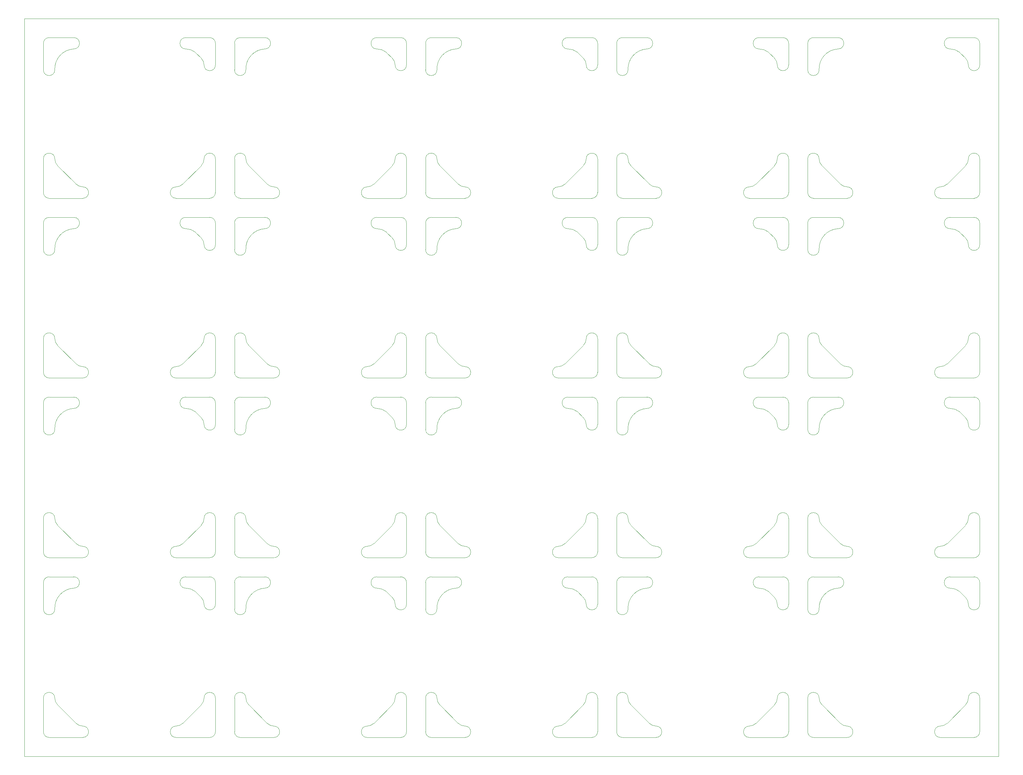
<source format=gbr>
G04 #@! TF.GenerationSoftware,KiCad,Pcbnew,5.1.5+dfsg1-2build2*
G04 #@! TF.CreationDate,2020-09-10T23:56:58-04:00*
G04 #@! TF.ProjectId,Xenium2019-Panel,58656e69-756d-4323-9031-392d50616e65,rev?*
G04 #@! TF.SameCoordinates,Original*
G04 #@! TF.FileFunction,Profile,NP*
%FSLAX46Y46*%
G04 Gerber Fmt 4.6, Leading zero omitted, Abs format (unit mm)*
G04 Created by KiCad (PCBNEW 5.1.5+dfsg1-2build2) date 2020-09-10 23:56:58*
%MOMM*%
%LPD*%
G04 APERTURE LIST*
%ADD10C,0.050000*%
G04 APERTURE END LIST*
D10*
X36827561Y-123617561D02*
X30320000Y-123617561D01*
X275789265Y-178249333D02*
G75*
G02X272789265Y-178249333I-1500000J0D01*
G01*
X225389265Y-178249333D02*
G75*
G02X222389265Y-178249333I-1500000J0D01*
G01*
X174989265Y-178249333D02*
G75*
G02X171989265Y-178249333I-1500000J0D01*
G01*
X124589265Y-178249333D02*
G75*
G02X121589265Y-178249333I-1500000J0D01*
G01*
X74189265Y-178249333D02*
G75*
G02X71189265Y-178249333I-1500000J0D01*
G01*
X275789265Y-130849333D02*
G75*
G02X272789265Y-130849333I-1500000J0D01*
G01*
X225389265Y-130849333D02*
G75*
G02X222389265Y-130849333I-1500000J0D01*
G01*
X174989265Y-130849333D02*
G75*
G02X171989265Y-130849333I-1500000J0D01*
G01*
X124589265Y-130849333D02*
G75*
G02X121589265Y-130849333I-1500000J0D01*
G01*
X275789265Y-178249333D02*
X275790000Y-172517561D01*
X225389265Y-178249333D02*
X225390000Y-172517561D01*
X174989265Y-178249333D02*
X174990000Y-172517561D01*
X124589265Y-178249333D02*
X124590000Y-172517561D01*
X74189265Y-178249333D02*
X74190000Y-172517561D01*
X275789265Y-130849333D02*
X275790000Y-125117561D01*
X225389265Y-130849333D02*
X225390000Y-125117561D01*
X174989265Y-130849333D02*
X174990000Y-125117561D01*
X124589265Y-130849333D02*
X124590000Y-125117561D01*
X230419266Y-202988258D02*
X230420000Y-211890000D01*
X180019266Y-202988258D02*
X180020000Y-211890000D01*
X129619266Y-202988258D02*
X129620000Y-211890000D01*
X79219266Y-202988258D02*
X79220000Y-211890000D01*
X28819266Y-202988258D02*
X28820000Y-211890000D01*
X230419266Y-155588258D02*
X230420000Y-164490000D01*
X180019266Y-155588258D02*
X180020000Y-164490000D01*
X129619266Y-155588258D02*
X129620000Y-164490000D01*
X79219266Y-155588258D02*
X79220000Y-164490000D01*
X265387161Y-213390361D02*
X274290000Y-213390000D01*
X214987161Y-213390361D02*
X223890000Y-213390000D01*
X164587161Y-213390361D02*
X173490000Y-213390000D01*
X114187161Y-213390361D02*
X123090000Y-213390000D01*
X63787161Y-213390361D02*
X72690000Y-213390000D01*
X265387161Y-165990361D02*
X274290000Y-165990000D01*
X214987161Y-165990361D02*
X223890000Y-165990000D01*
X164587161Y-165990361D02*
X173490000Y-165990000D01*
X114187161Y-165990361D02*
X123090000Y-165990000D01*
X267937864Y-171017561D02*
X274290000Y-171017561D01*
X217537864Y-171017561D02*
X223890000Y-171017561D01*
X167137864Y-171017561D02*
X173490000Y-171017561D01*
X116737864Y-171017561D02*
X123090000Y-171017561D01*
X66337864Y-171017561D02*
X72690000Y-171017561D01*
X267937864Y-123617561D02*
X274290000Y-123617561D01*
X217537864Y-123617561D02*
X223890000Y-123617561D01*
X167137864Y-123617561D02*
X173490000Y-123617561D01*
X116737864Y-123617561D02*
X123090000Y-123617561D01*
X272789264Y-202988258D02*
G75*
G02X275789264Y-202988258I1500000J0D01*
G01*
X222389264Y-202988258D02*
G75*
G02X225389264Y-202988258I1500000J0D01*
G01*
X171989264Y-202988258D02*
G75*
G02X174989264Y-202988258I1500000J0D01*
G01*
X121589264Y-202988258D02*
G75*
G02X124589264Y-202988258I1500000J0D01*
G01*
X71189264Y-202988258D02*
G75*
G02X74189264Y-202988258I1500000J0D01*
G01*
X272789264Y-155588258D02*
G75*
G02X275789264Y-155588258I1500000J0D01*
G01*
X222389264Y-155588258D02*
G75*
G02X225389264Y-155588258I1500000J0D01*
G01*
X171989264Y-155588258D02*
G75*
G02X174989264Y-155588258I1500000J0D01*
G01*
X121589264Y-155588258D02*
G75*
G02X124589264Y-155588258I1500000J0D01*
G01*
X265387161Y-213390361D02*
G75*
G02X265387161Y-210390361I0J1500000D01*
G01*
X214987161Y-213390361D02*
G75*
G02X214987161Y-210390361I0J1500000D01*
G01*
X164587161Y-213390361D02*
G75*
G02X164587161Y-210390361I0J1500000D01*
G01*
X114187161Y-213390361D02*
G75*
G02X114187161Y-210390361I0J1500000D01*
G01*
X63787161Y-213390361D02*
G75*
G02X63787161Y-210390361I0J1500000D01*
G01*
X265387161Y-165990361D02*
G75*
G02X265387161Y-162990361I0J1500000D01*
G01*
X214987161Y-165990361D02*
G75*
G02X214987161Y-162990361I0J1500000D01*
G01*
X164587161Y-165990361D02*
G75*
G02X164587161Y-162990361I0J1500000D01*
G01*
X114187161Y-165990361D02*
G75*
G02X114187161Y-162990361I0J1500000D01*
G01*
X233419264Y-179533665D02*
G75*
G02X230419264Y-179533665I-1500000J0D01*
G01*
X183019264Y-179533665D02*
G75*
G02X180019264Y-179533665I-1500000J0D01*
G01*
X132619264Y-179533665D02*
G75*
G02X129619264Y-179533665I-1500000J0D01*
G01*
X82219264Y-179533665D02*
G75*
G02X79219264Y-179533665I-1500000J0D01*
G01*
X31819264Y-179533665D02*
G75*
G02X28819264Y-179533665I-1500000J0D01*
G01*
X233419264Y-132133665D02*
G75*
G02X230419264Y-132133665I-1500000J0D01*
G01*
X183019264Y-132133665D02*
G75*
G02X180019264Y-132133665I-1500000J0D01*
G01*
X132619264Y-132133665D02*
G75*
G02X129619264Y-132133665I-1500000J0D01*
G01*
X82219264Y-132133665D02*
G75*
G02X79219264Y-132133665I-1500000J0D01*
G01*
X238427561Y-171017561D02*
X231920000Y-171017561D01*
X188027561Y-171017561D02*
X181520000Y-171017561D01*
X137627561Y-171017561D02*
X131120000Y-171017561D01*
X87227561Y-171017561D02*
X80720000Y-171017561D01*
X36827561Y-171017561D02*
X30320000Y-171017561D01*
X238427561Y-123617561D02*
X231920000Y-123617561D01*
X188027561Y-123617561D02*
X181520000Y-123617561D01*
X137627561Y-123617561D02*
X131120000Y-123617561D01*
X87227561Y-123617561D02*
X80720000Y-123617561D01*
X239025315Y-209646411D02*
X234163215Y-204784311D01*
X188625315Y-209646411D02*
X183763215Y-204784311D01*
X138225315Y-209646411D02*
X133363215Y-204784311D01*
X87825315Y-209646411D02*
X82963215Y-204784311D01*
X37425315Y-209646411D02*
X32563215Y-204784311D01*
X239025315Y-162246411D02*
X234163215Y-157384311D01*
X188625315Y-162246411D02*
X183763215Y-157384311D01*
X138225315Y-162246411D02*
X133363215Y-157384311D01*
X87825315Y-162246411D02*
X82963215Y-157384311D01*
X267937864Y-174017560D02*
G75*
G02X270464193Y-174882446I75038J-3902959D01*
G01*
X217537864Y-174017560D02*
G75*
G02X220064193Y-174882446I75038J-3902959D01*
G01*
X167137864Y-174017560D02*
G75*
G02X169664193Y-174882446I75038J-3902959D01*
G01*
X116737864Y-174017560D02*
G75*
G02X119264193Y-174882446I75038J-3902959D01*
G01*
X66337864Y-174017560D02*
G75*
G02X68864193Y-174882446I75038J-3902959D01*
G01*
X267937864Y-126617560D02*
G75*
G02X270464193Y-127482446I75038J-3902959D01*
G01*
X217537864Y-126617560D02*
G75*
G02X220064193Y-127482446I75038J-3902959D01*
G01*
X167137864Y-126617560D02*
G75*
G02X169664193Y-127482446I75038J-3902959D01*
G01*
X116737864Y-126617560D02*
G75*
G02X119264193Y-127482446I75038J-3902959D01*
G01*
X267183215Y-209646411D02*
G75*
G02X265387161Y-210390361I-1796053J1796051D01*
G01*
X216783215Y-209646411D02*
G75*
G02X214987161Y-210390361I-1796053J1796051D01*
G01*
X166383215Y-209646411D02*
G75*
G02X164587161Y-210390361I-1796053J1796051D01*
G01*
X115983215Y-209646411D02*
G75*
G02X114187161Y-210390361I-1796053J1796051D01*
G01*
X65583215Y-209646411D02*
G75*
G02X63787161Y-210390361I-1796053J1796051D01*
G01*
X267183215Y-162246411D02*
G75*
G02X265387161Y-162990361I-1796053J1796051D01*
G01*
X216783215Y-162246411D02*
G75*
G02X214987161Y-162990361I-1796053J1796051D01*
G01*
X166383215Y-162246411D02*
G75*
G02X164587161Y-162990361I-1796053J1796051D01*
G01*
X115983215Y-162246411D02*
G75*
G02X114187161Y-162990361I-1796053J1796051D01*
G01*
X233419266Y-202988258D02*
G75*
G03X234163215Y-204784311I2539998J-2D01*
G01*
X183019266Y-202988258D02*
G75*
G03X183763215Y-204784311I2539998J-2D01*
G01*
X132619266Y-202988258D02*
G75*
G03X133363215Y-204784311I2539998J-2D01*
G01*
X82219266Y-202988258D02*
G75*
G03X82963215Y-204784311I2539998J-2D01*
G01*
X31819266Y-202988258D02*
G75*
G03X32563215Y-204784311I2539998J-2D01*
G01*
X233419266Y-155588258D02*
G75*
G03X234163215Y-157384311I2539998J-2D01*
G01*
X183019266Y-155588258D02*
G75*
G03X183763215Y-157384311I2539998J-2D01*
G01*
X132619266Y-155588258D02*
G75*
G03X133363215Y-157384311I2539998J-2D01*
G01*
X82219266Y-155588258D02*
G75*
G03X82963215Y-157384311I2539998J-2D01*
G01*
X240821368Y-210390361D02*
G75*
G02X240821368Y-213390361I0J-1500000D01*
G01*
X190421368Y-210390361D02*
G75*
G02X190421368Y-213390361I0J-1500000D01*
G01*
X140021368Y-210390361D02*
G75*
G02X140021368Y-213390361I0J-1500000D01*
G01*
X89621368Y-210390361D02*
G75*
G02X89621368Y-213390361I0J-1500000D01*
G01*
X39221368Y-210390361D02*
G75*
G02X39221368Y-213390361I0J-1500000D01*
G01*
X240821368Y-162990361D02*
G75*
G02X240821368Y-165990361I0J-1500000D01*
G01*
X190421368Y-162990361D02*
G75*
G02X190421368Y-165990361I0J-1500000D01*
G01*
X140021368Y-162990361D02*
G75*
G02X140021368Y-165990361I0J-1500000D01*
G01*
X89621368Y-162990361D02*
G75*
G02X89621368Y-165990361I0J-1500000D01*
G01*
X239025315Y-209646412D02*
G75*
G03X240821368Y-210390361I1796051J1796051D01*
G01*
X188625315Y-209646412D02*
G75*
G03X190421368Y-210390361I1796051J1796051D01*
G01*
X138225315Y-209646412D02*
G75*
G03X140021368Y-210390361I1796051J1796051D01*
G01*
X87825315Y-209646412D02*
G75*
G03X89621368Y-210390361I1796051J1796051D01*
G01*
X37425315Y-209646412D02*
G75*
G03X39221368Y-210390361I1796051J1796051D01*
G01*
X239025315Y-162246412D02*
G75*
G03X240821368Y-162990361I1796051J1796051D01*
G01*
X188625315Y-162246412D02*
G75*
G03X190421368Y-162990361I1796051J1796051D01*
G01*
X138225315Y-162246412D02*
G75*
G03X140021368Y-162990361I1796051J1796051D01*
G01*
X87825315Y-162246412D02*
G75*
G03X89621368Y-162990361I1796051J1796051D01*
G01*
X274290000Y-171017561D02*
G75*
G02X275790000Y-172517561I0J-1500000D01*
G01*
X223890000Y-171017561D02*
G75*
G02X225390000Y-172517561I0J-1500000D01*
G01*
X173490000Y-171017561D02*
G75*
G02X174990000Y-172517561I0J-1500000D01*
G01*
X123090000Y-171017561D02*
G75*
G02X124590000Y-172517561I0J-1500000D01*
G01*
X72690000Y-171017561D02*
G75*
G02X74190000Y-172517561I0J-1500000D01*
G01*
X274290000Y-123617561D02*
G75*
G02X275790000Y-125117561I0J-1500000D01*
G01*
X223890000Y-123617561D02*
G75*
G02X225390000Y-125117561I0J-1500000D01*
G01*
X173490000Y-123617561D02*
G75*
G02X174990000Y-125117561I0J-1500000D01*
G01*
X123090000Y-123617561D02*
G75*
G02X124590000Y-125117561I0J-1500000D01*
G01*
X230420000Y-172517561D02*
G75*
G02X231920000Y-171017561I1500000J0D01*
G01*
X180020000Y-172517561D02*
G75*
G02X181520000Y-171017561I1500000J0D01*
G01*
X129620000Y-172517561D02*
G75*
G02X131120000Y-171017561I1500000J0D01*
G01*
X79220000Y-172517561D02*
G75*
G02X80720000Y-171017561I1500000J0D01*
G01*
X28820000Y-172517561D02*
G75*
G02X30320000Y-171017561I1500000J0D01*
G01*
X230420000Y-125117561D02*
G75*
G02X231920000Y-123617561I1500000J0D01*
G01*
X180020000Y-125117561D02*
G75*
G02X181520000Y-123617561I1500000J0D01*
G01*
X129620000Y-125117561D02*
G75*
G02X131120000Y-123617561I1500000J0D01*
G01*
X79220000Y-125117561D02*
G75*
G02X80720000Y-123617561I1500000J0D01*
G01*
X267937864Y-174017561D02*
G75*
G02X267937864Y-171017561I0J1500000D01*
G01*
X217537864Y-174017561D02*
G75*
G02X217537864Y-171017561I0J1500000D01*
G01*
X167137864Y-174017561D02*
G75*
G02X167137864Y-171017561I0J1500000D01*
G01*
X116737864Y-174017561D02*
G75*
G02X116737864Y-171017561I0J1500000D01*
G01*
X66337864Y-174017561D02*
G75*
G02X66337864Y-171017561I0J1500000D01*
G01*
X267937864Y-126617561D02*
G75*
G02X267937864Y-123617561I0J1500000D01*
G01*
X217537864Y-126617561D02*
G75*
G02X217537864Y-123617561I0J1500000D01*
G01*
X167137864Y-126617561D02*
G75*
G02X167137864Y-123617561I0J1500000D01*
G01*
X116737864Y-126617561D02*
G75*
G02X116737864Y-123617561I0J1500000D01*
G01*
X231920000Y-213390000D02*
G75*
G02X230420000Y-211890000I0J1500000D01*
G01*
X181520000Y-213390000D02*
G75*
G02X180020000Y-211890000I0J1500000D01*
G01*
X131120000Y-213390000D02*
G75*
G02X129620000Y-211890000I0J1500000D01*
G01*
X80720000Y-213390000D02*
G75*
G02X79220000Y-211890000I0J1500000D01*
G01*
X30320000Y-213390000D02*
G75*
G02X28820000Y-211890000I0J1500000D01*
G01*
X231920000Y-165990000D02*
G75*
G02X230420000Y-164490000I0J1500000D01*
G01*
X181520000Y-165990000D02*
G75*
G02X180020000Y-164490000I0J1500000D01*
G01*
X131120000Y-165990000D02*
G75*
G02X129620000Y-164490000I0J1500000D01*
G01*
X80720000Y-165990000D02*
G75*
G02X79220000Y-164490000I0J1500000D01*
G01*
X272789264Y-202988258D02*
G75*
G02X272045315Y-204784311I-2539999J-2D01*
G01*
X222389264Y-202988258D02*
G75*
G02X221645315Y-204784311I-2539999J-2D01*
G01*
X171989264Y-202988258D02*
G75*
G02X171245315Y-204784311I-2539999J-2D01*
G01*
X121589264Y-202988258D02*
G75*
G02X120845315Y-204784311I-2539999J-2D01*
G01*
X71189264Y-202988258D02*
G75*
G02X70445315Y-204784311I-2539999J-2D01*
G01*
X272789264Y-155588258D02*
G75*
G02X272045315Y-157384311I-2539999J-2D01*
G01*
X222389264Y-155588258D02*
G75*
G02X221645315Y-157384311I-2539999J-2D01*
G01*
X171989264Y-155588258D02*
G75*
G02X171245315Y-157384311I-2539999J-2D01*
G01*
X121589264Y-155588258D02*
G75*
G02X120845315Y-157384311I-2539999J-2D01*
G01*
X272039433Y-176447418D02*
X270464193Y-174882446D01*
X221639433Y-176447418D02*
X220064193Y-174882446D01*
X171239433Y-176447418D02*
X169664193Y-174882446D01*
X120839433Y-176447418D02*
X119264193Y-174882446D01*
X70439433Y-176447418D02*
X68864193Y-174882446D01*
X272039433Y-129047418D02*
X270464193Y-127482446D01*
X221639433Y-129047418D02*
X220064193Y-127482446D01*
X171239433Y-129047418D02*
X169664193Y-127482446D01*
X120839433Y-129047418D02*
X119264193Y-127482446D01*
X267183215Y-209646411D02*
X272045315Y-204784311D01*
X216783215Y-209646411D02*
X221645315Y-204784311D01*
X166383215Y-209646411D02*
X171245315Y-204784311D01*
X115983215Y-209646411D02*
X120845315Y-204784311D01*
X65583215Y-209646411D02*
X70445315Y-204784311D01*
X267183215Y-162246411D02*
X272045315Y-157384311D01*
X216783215Y-162246411D02*
X221645315Y-157384311D01*
X166383215Y-162246411D02*
X171245315Y-157384311D01*
X115983215Y-162246411D02*
X120845315Y-157384311D01*
X238427561Y-171017561D02*
G75*
G02X238427561Y-174017561I0J-1500000D01*
G01*
X188027561Y-171017561D02*
G75*
G02X188027561Y-174017561I0J-1500000D01*
G01*
X137627561Y-171017561D02*
G75*
G02X137627561Y-174017561I0J-1500000D01*
G01*
X87227561Y-171017561D02*
G75*
G02X87227561Y-174017561I0J-1500000D01*
G01*
X36827561Y-171017561D02*
G75*
G02X36827561Y-174017561I0J-1500000D01*
G01*
X238427561Y-123617561D02*
G75*
G02X238427561Y-126617561I0J-1500000D01*
G01*
X188027561Y-123617561D02*
G75*
G02X188027561Y-126617561I0J-1500000D01*
G01*
X137627561Y-123617561D02*
G75*
G02X137627561Y-126617561I0J-1500000D01*
G01*
X87227561Y-123617561D02*
G75*
G02X87227561Y-126617561I0J-1500000D01*
G01*
X230419264Y-179533665D02*
X230420000Y-172517561D01*
X180019264Y-179533665D02*
X180020000Y-172517561D01*
X129619264Y-179533665D02*
X129620000Y-172517561D01*
X79219264Y-179533665D02*
X79220000Y-172517561D01*
X28819264Y-179533665D02*
X28820000Y-172517561D01*
X230419264Y-132133665D02*
X230420000Y-125117561D01*
X180019264Y-132133665D02*
X180020000Y-125117561D01*
X129619264Y-132133665D02*
X129620000Y-125117561D01*
X79219264Y-132133665D02*
X79220000Y-125117561D01*
X240821368Y-213390361D02*
X231920000Y-213390000D01*
X190421368Y-213390361D02*
X181520000Y-213390000D01*
X140021368Y-213390361D02*
X131120000Y-213390000D01*
X89621368Y-213390361D02*
X80720000Y-213390000D01*
X39221368Y-213390361D02*
X30320000Y-213390000D01*
X240821368Y-165990361D02*
X231920000Y-165990000D01*
X190421368Y-165990361D02*
X181520000Y-165990000D01*
X140021368Y-165990361D02*
X131120000Y-165990000D01*
X89621368Y-165990361D02*
X80720000Y-165990000D01*
X275790000Y-211890000D02*
G75*
G02X274290000Y-213390000I-1500000J0D01*
G01*
X225390000Y-211890000D02*
G75*
G02X223890000Y-213390000I-1500000J0D01*
G01*
X174990000Y-211890000D02*
G75*
G02X173490000Y-213390000I-1500000J0D01*
G01*
X124590000Y-211890000D02*
G75*
G02X123090000Y-213390000I-1500000J0D01*
G01*
X74190000Y-211890000D02*
G75*
G02X72690000Y-213390000I-1500000J0D01*
G01*
X275790000Y-164490000D02*
G75*
G02X274290000Y-165990000I-1500000J0D01*
G01*
X225390000Y-164490000D02*
G75*
G02X223890000Y-165990000I-1500000J0D01*
G01*
X174990000Y-164490000D02*
G75*
G02X173490000Y-165990000I-1500000J0D01*
G01*
X124590000Y-164490000D02*
G75*
G02X123090000Y-165990000I-1500000J0D01*
G01*
X230419266Y-202988258D02*
G75*
G02X233419266Y-202988258I1500000J0D01*
G01*
X180019266Y-202988258D02*
G75*
G02X183019266Y-202988258I1500000J0D01*
G01*
X129619266Y-202988258D02*
G75*
G02X132619266Y-202988258I1500000J0D01*
G01*
X79219266Y-202988258D02*
G75*
G02X82219266Y-202988258I1500000J0D01*
G01*
X28819266Y-202988258D02*
G75*
G02X31819266Y-202988258I1500000J0D01*
G01*
X230419266Y-155588258D02*
G75*
G02X233419266Y-155588258I1500000J0D01*
G01*
X180019266Y-155588258D02*
G75*
G02X183019266Y-155588258I1500000J0D01*
G01*
X129619266Y-155588258D02*
G75*
G02X132619266Y-155588258I1500000J0D01*
G01*
X79219266Y-155588258D02*
G75*
G02X82219266Y-155588258I1500000J0D01*
G01*
X272039432Y-176447418D02*
G75*
G02X272789265Y-178249333I-1790168J-1801916D01*
G01*
X221639432Y-176447418D02*
G75*
G02X222389265Y-178249333I-1790168J-1801916D01*
G01*
X171239432Y-176447418D02*
G75*
G02X171989265Y-178249333I-1790168J-1801916D01*
G01*
X120839432Y-176447418D02*
G75*
G02X121589265Y-178249333I-1790168J-1801916D01*
G01*
X70439432Y-176447418D02*
G75*
G02X71189265Y-178249333I-1790168J-1801916D01*
G01*
X272039432Y-129047418D02*
G75*
G02X272789265Y-130849333I-1790168J-1801916D01*
G01*
X221639432Y-129047418D02*
G75*
G02X222389265Y-130849333I-1790168J-1801916D01*
G01*
X171239432Y-129047418D02*
G75*
G02X171989265Y-130849333I-1790168J-1801916D01*
G01*
X120839432Y-129047418D02*
G75*
G02X121589265Y-130849333I-1790168J-1801916D01*
G01*
X233419265Y-179533665D02*
G75*
G02X238427561Y-174017561I5257589J258090D01*
G01*
X183019265Y-179533665D02*
G75*
G02X188027561Y-174017561I5257589J258090D01*
G01*
X132619265Y-179533665D02*
G75*
G02X137627561Y-174017561I5257589J258090D01*
G01*
X82219265Y-179533665D02*
G75*
G02X87227561Y-174017561I5257589J258090D01*
G01*
X31819265Y-179533665D02*
G75*
G02X36827561Y-174017561I5257589J258090D01*
G01*
X233419265Y-132133665D02*
G75*
G02X238427561Y-126617561I5257589J258090D01*
G01*
X183019265Y-132133665D02*
G75*
G02X188027561Y-126617561I5257589J258090D01*
G01*
X132619265Y-132133665D02*
G75*
G02X137627561Y-126617561I5257589J258090D01*
G01*
X82219265Y-132133665D02*
G75*
G02X87227561Y-126617561I5257589J258090D01*
G01*
X275789264Y-202988258D02*
X275790000Y-211890000D01*
X225389264Y-202988258D02*
X225390000Y-211890000D01*
X174989264Y-202988258D02*
X174990000Y-211890000D01*
X124589264Y-202988258D02*
X124590000Y-211890000D01*
X74189264Y-202988258D02*
X74190000Y-211890000D01*
X275789264Y-155588258D02*
X275790000Y-164490000D01*
X225389264Y-155588258D02*
X225390000Y-164490000D01*
X174989264Y-155588258D02*
X174990000Y-164490000D01*
X124589264Y-155588258D02*
X124590000Y-164490000D01*
X74189264Y-155588258D02*
X74190000Y-164490000D01*
X31819265Y-132133665D02*
G75*
G02X36827561Y-126617561I5257589J258090D01*
G01*
X70439432Y-129047418D02*
G75*
G02X71189265Y-130849333I-1790168J-1801916D01*
G01*
X28819266Y-155588258D02*
G75*
G02X31819266Y-155588258I1500000J0D01*
G01*
X74190000Y-164490000D02*
G75*
G02X72690000Y-165990000I-1500000J0D01*
G01*
X39221368Y-165990361D02*
X30320000Y-165990000D01*
X28819264Y-132133665D02*
X28820000Y-125117561D01*
X36827561Y-123617561D02*
G75*
G02X36827561Y-126617561I0J-1500000D01*
G01*
X65583215Y-162246411D02*
X70445315Y-157384311D01*
X70439433Y-129047418D02*
X68864193Y-127482446D01*
X71189264Y-155588258D02*
G75*
G02X70445315Y-157384311I-2539999J-2D01*
G01*
X30320000Y-165990000D02*
G75*
G02X28820000Y-164490000I0J1500000D01*
G01*
X66337864Y-126617561D02*
G75*
G02X66337864Y-123617561I0J1500000D01*
G01*
X28820000Y-125117561D02*
G75*
G02X30320000Y-123617561I1500000J0D01*
G01*
X72690000Y-123617561D02*
G75*
G02X74190000Y-125117561I0J-1500000D01*
G01*
X37425315Y-162246412D02*
G75*
G03X39221368Y-162990361I1796051J1796051D01*
G01*
X39221368Y-162990361D02*
G75*
G02X39221368Y-165990361I0J-1500000D01*
G01*
X31819266Y-155588258D02*
G75*
G03X32563215Y-157384311I2539998J-2D01*
G01*
X65583215Y-162246411D02*
G75*
G02X63787161Y-162990361I-1796053J1796051D01*
G01*
X66337864Y-126617560D02*
G75*
G02X68864193Y-127482446I75038J-3902959D01*
G01*
X37425315Y-162246411D02*
X32563215Y-157384311D01*
X31819264Y-132133665D02*
G75*
G02X28819264Y-132133665I-1500000J0D01*
G01*
X63787161Y-165990361D02*
G75*
G02X63787161Y-162990361I0J1500000D01*
G01*
X71189264Y-155588258D02*
G75*
G02X74189264Y-155588258I1500000J0D01*
G01*
X66337864Y-123617561D02*
X72690000Y-123617561D01*
X63787161Y-165990361D02*
X72690000Y-165990000D01*
X28819266Y-155588258D02*
X28820000Y-164490000D01*
X74189265Y-130849333D02*
X74190000Y-125117561D01*
X74189265Y-130849333D02*
G75*
G02X71189265Y-130849333I-1500000J0D01*
G01*
X280800000Y-218400000D02*
X280800000Y-23810000D01*
X275789265Y-83449333D02*
G75*
G02X272789265Y-83449333I-1500000J0D01*
G01*
X225389265Y-83449333D02*
G75*
G02X222389265Y-83449333I-1500000J0D01*
G01*
X174989265Y-83449333D02*
G75*
G02X171989265Y-83449333I-1500000J0D01*
G01*
X124589265Y-83449333D02*
G75*
G02X121589265Y-83449333I-1500000J0D01*
G01*
X74189265Y-83449333D02*
G75*
G02X71189265Y-83449333I-1500000J0D01*
G01*
X275789265Y-36049333D02*
G75*
G02X272789265Y-36049333I-1500000J0D01*
G01*
X225389265Y-36049333D02*
G75*
G02X222389265Y-36049333I-1500000J0D01*
G01*
X174989265Y-36049333D02*
G75*
G02X171989265Y-36049333I-1500000J0D01*
G01*
X124589265Y-36049333D02*
G75*
G02X121589265Y-36049333I-1500000J0D01*
G01*
X275789265Y-83449333D02*
X275790000Y-77717561D01*
X225389265Y-83449333D02*
X225390000Y-77717561D01*
X174989265Y-83449333D02*
X174990000Y-77717561D01*
X124589265Y-83449333D02*
X124590000Y-77717561D01*
X74189265Y-83449333D02*
X74190000Y-77717561D01*
X275789265Y-36049333D02*
X275790000Y-30317561D01*
X225389265Y-36049333D02*
X225390000Y-30317561D01*
X174989265Y-36049333D02*
X174990000Y-30317561D01*
X124589265Y-36049333D02*
X124590000Y-30317561D01*
X230419266Y-108188258D02*
X230420000Y-117090000D01*
X180019266Y-108188258D02*
X180020000Y-117090000D01*
X129619266Y-108188258D02*
X129620000Y-117090000D01*
X79219266Y-108188258D02*
X79220000Y-117090000D01*
X28819266Y-108188258D02*
X28820000Y-117090000D01*
X230419266Y-60788258D02*
X230420000Y-69690000D01*
X180019266Y-60788258D02*
X180020000Y-69690000D01*
X129619266Y-60788258D02*
X129620000Y-69690000D01*
X79219266Y-60788258D02*
X79220000Y-69690000D01*
X265387161Y-118590361D02*
X274290000Y-118590000D01*
X214987161Y-118590361D02*
X223890000Y-118590000D01*
X164587161Y-118590361D02*
X173490000Y-118590000D01*
X114187161Y-118590361D02*
X123090000Y-118590000D01*
X63787161Y-118590361D02*
X72690000Y-118590000D01*
X265387161Y-71190361D02*
X274290000Y-71190000D01*
X214987161Y-71190361D02*
X223890000Y-71190000D01*
X164587161Y-71190361D02*
X173490000Y-71190000D01*
X114187161Y-71190361D02*
X123090000Y-71190000D01*
X267937864Y-76217561D02*
X274290000Y-76217561D01*
X217537864Y-76217561D02*
X223890000Y-76217561D01*
X167137864Y-76217561D02*
X173490000Y-76217561D01*
X116737864Y-76217561D02*
X123090000Y-76217561D01*
X66337864Y-76217561D02*
X72690000Y-76217561D01*
X267937864Y-28817561D02*
X274290000Y-28817561D01*
X217537864Y-28817561D02*
X223890000Y-28817561D01*
X167137864Y-28817561D02*
X173490000Y-28817561D01*
X116737864Y-28817561D02*
X123090000Y-28817561D01*
X272789264Y-108188258D02*
G75*
G02X275789264Y-108188258I1500000J0D01*
G01*
X222389264Y-108188258D02*
G75*
G02X225389264Y-108188258I1500000J0D01*
G01*
X171989264Y-108188258D02*
G75*
G02X174989264Y-108188258I1500000J0D01*
G01*
X121589264Y-108188258D02*
G75*
G02X124589264Y-108188258I1500000J0D01*
G01*
X71189264Y-108188258D02*
G75*
G02X74189264Y-108188258I1500000J0D01*
G01*
X272789264Y-60788258D02*
G75*
G02X275789264Y-60788258I1500000J0D01*
G01*
X222389264Y-60788258D02*
G75*
G02X225389264Y-60788258I1500000J0D01*
G01*
X171989264Y-60788258D02*
G75*
G02X174989264Y-60788258I1500000J0D01*
G01*
X121589264Y-60788258D02*
G75*
G02X124589264Y-60788258I1500000J0D01*
G01*
X265387161Y-118590361D02*
G75*
G02X265387161Y-115590361I0J1500000D01*
G01*
X214987161Y-118590361D02*
G75*
G02X214987161Y-115590361I0J1500000D01*
G01*
X164587161Y-118590361D02*
G75*
G02X164587161Y-115590361I0J1500000D01*
G01*
X114187161Y-118590361D02*
G75*
G02X114187161Y-115590361I0J1500000D01*
G01*
X63787161Y-118590361D02*
G75*
G02X63787161Y-115590361I0J1500000D01*
G01*
X265387161Y-71190361D02*
G75*
G02X265387161Y-68190361I0J1500000D01*
G01*
X214987161Y-71190361D02*
G75*
G02X214987161Y-68190361I0J1500000D01*
G01*
X164587161Y-71190361D02*
G75*
G02X164587161Y-68190361I0J1500000D01*
G01*
X114187161Y-71190361D02*
G75*
G02X114187161Y-68190361I0J1500000D01*
G01*
X233419264Y-84733665D02*
G75*
G02X230419264Y-84733665I-1500000J0D01*
G01*
X183019264Y-84733665D02*
G75*
G02X180019264Y-84733665I-1500000J0D01*
G01*
X132619264Y-84733665D02*
G75*
G02X129619264Y-84733665I-1500000J0D01*
G01*
X82219264Y-84733665D02*
G75*
G02X79219264Y-84733665I-1500000J0D01*
G01*
X31819264Y-84733665D02*
G75*
G02X28819264Y-84733665I-1500000J0D01*
G01*
X233419264Y-37333665D02*
G75*
G02X230419264Y-37333665I-1500000J0D01*
G01*
X183019264Y-37333665D02*
G75*
G02X180019264Y-37333665I-1500000J0D01*
G01*
X132619264Y-37333665D02*
G75*
G02X129619264Y-37333665I-1500000J0D01*
G01*
X82219264Y-37333665D02*
G75*
G02X79219264Y-37333665I-1500000J0D01*
G01*
X238427561Y-76217561D02*
X231920000Y-76217561D01*
X188027561Y-76217561D02*
X181520000Y-76217561D01*
X137627561Y-76217561D02*
X131120000Y-76217561D01*
X87227561Y-76217561D02*
X80720000Y-76217561D01*
X36827561Y-76217561D02*
X30320000Y-76217561D01*
X238427561Y-28817561D02*
X231920000Y-28817561D01*
X188027561Y-28817561D02*
X181520000Y-28817561D01*
X137627561Y-28817561D02*
X131120000Y-28817561D01*
X87227561Y-28817561D02*
X80720000Y-28817561D01*
X239025315Y-114846411D02*
X234163215Y-109984311D01*
X188625315Y-114846411D02*
X183763215Y-109984311D01*
X138225315Y-114846411D02*
X133363215Y-109984311D01*
X87825315Y-114846411D02*
X82963215Y-109984311D01*
X37425315Y-114846411D02*
X32563215Y-109984311D01*
X239025315Y-67446411D02*
X234163215Y-62584311D01*
X188625315Y-67446411D02*
X183763215Y-62584311D01*
X138225315Y-67446411D02*
X133363215Y-62584311D01*
X87825315Y-67446411D02*
X82963215Y-62584311D01*
X267937864Y-79217560D02*
G75*
G02X270464193Y-80082446I75038J-3902959D01*
G01*
X217537864Y-79217560D02*
G75*
G02X220064193Y-80082446I75038J-3902959D01*
G01*
X167137864Y-79217560D02*
G75*
G02X169664193Y-80082446I75038J-3902959D01*
G01*
X116737864Y-79217560D02*
G75*
G02X119264193Y-80082446I75038J-3902959D01*
G01*
X66337864Y-79217560D02*
G75*
G02X68864193Y-80082446I75038J-3902959D01*
G01*
X267937864Y-31817560D02*
G75*
G02X270464193Y-32682446I75038J-3902959D01*
G01*
X217537864Y-31817560D02*
G75*
G02X220064193Y-32682446I75038J-3902959D01*
G01*
X167137864Y-31817560D02*
G75*
G02X169664193Y-32682446I75038J-3902959D01*
G01*
X116737864Y-31817560D02*
G75*
G02X119264193Y-32682446I75038J-3902959D01*
G01*
X267183215Y-114846411D02*
G75*
G02X265387161Y-115590361I-1796053J1796051D01*
G01*
X216783215Y-114846411D02*
G75*
G02X214987161Y-115590361I-1796053J1796051D01*
G01*
X166383215Y-114846411D02*
G75*
G02X164587161Y-115590361I-1796053J1796051D01*
G01*
X115983215Y-114846411D02*
G75*
G02X114187161Y-115590361I-1796053J1796051D01*
G01*
X65583215Y-114846411D02*
G75*
G02X63787161Y-115590361I-1796053J1796051D01*
G01*
X267183215Y-67446411D02*
G75*
G02X265387161Y-68190361I-1796053J1796051D01*
G01*
X216783215Y-67446411D02*
G75*
G02X214987161Y-68190361I-1796053J1796051D01*
G01*
X166383215Y-67446411D02*
G75*
G02X164587161Y-68190361I-1796053J1796051D01*
G01*
X115983215Y-67446411D02*
G75*
G02X114187161Y-68190361I-1796053J1796051D01*
G01*
X230419264Y-84733665D02*
X230420000Y-77717561D01*
X180019264Y-84733665D02*
X180020000Y-77717561D01*
X129619264Y-84733665D02*
X129620000Y-77717561D01*
X79219264Y-84733665D02*
X79220000Y-77717561D01*
X28819264Y-84733665D02*
X28820000Y-77717561D01*
X230419264Y-37333665D02*
X230420000Y-30317561D01*
X180019264Y-37333665D02*
X180020000Y-30317561D01*
X129619264Y-37333665D02*
X129620000Y-30317561D01*
X79219264Y-37333665D02*
X79220000Y-30317561D01*
X233419265Y-84733665D02*
G75*
G02X238427561Y-79217561I5257589J258090D01*
G01*
X183019265Y-84733665D02*
G75*
G02X188027561Y-79217561I5257589J258090D01*
G01*
X132619265Y-84733665D02*
G75*
G02X137627561Y-79217561I5257589J258090D01*
G01*
X82219265Y-84733665D02*
G75*
G02X87227561Y-79217561I5257589J258090D01*
G01*
X31819265Y-84733665D02*
G75*
G02X36827561Y-79217561I5257589J258090D01*
G01*
X233419265Y-37333665D02*
G75*
G02X238427561Y-31817561I5257589J258090D01*
G01*
X183019265Y-37333665D02*
G75*
G02X188027561Y-31817561I5257589J258090D01*
G01*
X132619265Y-37333665D02*
G75*
G02X137627561Y-31817561I5257589J258090D01*
G01*
X82219265Y-37333665D02*
G75*
G02X87227561Y-31817561I5257589J258090D01*
G01*
X233419266Y-108188258D02*
G75*
G03X234163215Y-109984311I2539998J-2D01*
G01*
X183019266Y-108188258D02*
G75*
G03X183763215Y-109984311I2539998J-2D01*
G01*
X132619266Y-108188258D02*
G75*
G03X133363215Y-109984311I2539998J-2D01*
G01*
X82219266Y-108188258D02*
G75*
G03X82963215Y-109984311I2539998J-2D01*
G01*
X31819266Y-108188258D02*
G75*
G03X32563215Y-109984311I2539998J-2D01*
G01*
X233419266Y-60788258D02*
G75*
G03X234163215Y-62584311I2539998J-2D01*
G01*
X183019266Y-60788258D02*
G75*
G03X183763215Y-62584311I2539998J-2D01*
G01*
X132619266Y-60788258D02*
G75*
G03X133363215Y-62584311I2539998J-2D01*
G01*
X82219266Y-60788258D02*
G75*
G03X82963215Y-62584311I2539998J-2D01*
G01*
X239025315Y-114846412D02*
G75*
G03X240821368Y-115590361I1796051J1796051D01*
G01*
X188625315Y-114846412D02*
G75*
G03X190421368Y-115590361I1796051J1796051D01*
G01*
X138225315Y-114846412D02*
G75*
G03X140021368Y-115590361I1796051J1796051D01*
G01*
X87825315Y-114846412D02*
G75*
G03X89621368Y-115590361I1796051J1796051D01*
G01*
X37425315Y-114846412D02*
G75*
G03X39221368Y-115590361I1796051J1796051D01*
G01*
X239025315Y-67446412D02*
G75*
G03X240821368Y-68190361I1796051J1796051D01*
G01*
X188625315Y-67446412D02*
G75*
G03X190421368Y-68190361I1796051J1796051D01*
G01*
X138225315Y-67446412D02*
G75*
G03X140021368Y-68190361I1796051J1796051D01*
G01*
X87825315Y-67446412D02*
G75*
G03X89621368Y-68190361I1796051J1796051D01*
G01*
X274290000Y-76217561D02*
G75*
G02X275790000Y-77717561I0J-1500000D01*
G01*
X223890000Y-76217561D02*
G75*
G02X225390000Y-77717561I0J-1500000D01*
G01*
X173490000Y-76217561D02*
G75*
G02X174990000Y-77717561I0J-1500000D01*
G01*
X123090000Y-76217561D02*
G75*
G02X124590000Y-77717561I0J-1500000D01*
G01*
X72690000Y-76217561D02*
G75*
G02X74190000Y-77717561I0J-1500000D01*
G01*
X274290000Y-28817561D02*
G75*
G02X275790000Y-30317561I0J-1500000D01*
G01*
X223890000Y-28817561D02*
G75*
G02X225390000Y-30317561I0J-1500000D01*
G01*
X173490000Y-28817561D02*
G75*
G02X174990000Y-30317561I0J-1500000D01*
G01*
X123090000Y-28817561D02*
G75*
G02X124590000Y-30317561I0J-1500000D01*
G01*
X230420000Y-77717561D02*
G75*
G02X231920000Y-76217561I1500000J0D01*
G01*
X180020000Y-77717561D02*
G75*
G02X181520000Y-76217561I1500000J0D01*
G01*
X129620000Y-77717561D02*
G75*
G02X131120000Y-76217561I1500000J0D01*
G01*
X79220000Y-77717561D02*
G75*
G02X80720000Y-76217561I1500000J0D01*
G01*
X28820000Y-77717561D02*
G75*
G02X30320000Y-76217561I1500000J0D01*
G01*
X230420000Y-30317561D02*
G75*
G02X231920000Y-28817561I1500000J0D01*
G01*
X180020000Y-30317561D02*
G75*
G02X181520000Y-28817561I1500000J0D01*
G01*
X129620000Y-30317561D02*
G75*
G02X131120000Y-28817561I1500000J0D01*
G01*
X79220000Y-30317561D02*
G75*
G02X80720000Y-28817561I1500000J0D01*
G01*
X240821368Y-115590361D02*
G75*
G02X240821368Y-118590361I0J-1500000D01*
G01*
X190421368Y-115590361D02*
G75*
G02X190421368Y-118590361I0J-1500000D01*
G01*
X140021368Y-115590361D02*
G75*
G02X140021368Y-118590361I0J-1500000D01*
G01*
X89621368Y-115590361D02*
G75*
G02X89621368Y-118590361I0J-1500000D01*
G01*
X39221368Y-115590361D02*
G75*
G02X39221368Y-118590361I0J-1500000D01*
G01*
X240821368Y-68190361D02*
G75*
G02X240821368Y-71190361I0J-1500000D01*
G01*
X190421368Y-68190361D02*
G75*
G02X190421368Y-71190361I0J-1500000D01*
G01*
X140021368Y-68190361D02*
G75*
G02X140021368Y-71190361I0J-1500000D01*
G01*
X89621368Y-68190361D02*
G75*
G02X89621368Y-71190361I0J-1500000D01*
G01*
X231920000Y-118590000D02*
G75*
G02X230420000Y-117090000I0J1500000D01*
G01*
X181520000Y-118590000D02*
G75*
G02X180020000Y-117090000I0J1500000D01*
G01*
X131120000Y-118590000D02*
G75*
G02X129620000Y-117090000I0J1500000D01*
G01*
X80720000Y-118590000D02*
G75*
G02X79220000Y-117090000I0J1500000D01*
G01*
X30320000Y-118590000D02*
G75*
G02X28820000Y-117090000I0J1500000D01*
G01*
X231920000Y-71190000D02*
G75*
G02X230420000Y-69690000I0J1500000D01*
G01*
X181520000Y-71190000D02*
G75*
G02X180020000Y-69690000I0J1500000D01*
G01*
X131120000Y-71190000D02*
G75*
G02X129620000Y-69690000I0J1500000D01*
G01*
X80720000Y-71190000D02*
G75*
G02X79220000Y-69690000I0J1500000D01*
G01*
X272789264Y-108188258D02*
G75*
G02X272045315Y-109984311I-2539999J-2D01*
G01*
X222389264Y-108188258D02*
G75*
G02X221645315Y-109984311I-2539999J-2D01*
G01*
X171989264Y-108188258D02*
G75*
G02X171245315Y-109984311I-2539999J-2D01*
G01*
X121589264Y-108188258D02*
G75*
G02X120845315Y-109984311I-2539999J-2D01*
G01*
X71189264Y-108188258D02*
G75*
G02X70445315Y-109984311I-2539999J-2D01*
G01*
X272789264Y-60788258D02*
G75*
G02X272045315Y-62584311I-2539999J-2D01*
G01*
X222389264Y-60788258D02*
G75*
G02X221645315Y-62584311I-2539999J-2D01*
G01*
X171989264Y-60788258D02*
G75*
G02X171245315Y-62584311I-2539999J-2D01*
G01*
X121589264Y-60788258D02*
G75*
G02X120845315Y-62584311I-2539999J-2D01*
G01*
X272039433Y-81647418D02*
X270464193Y-80082446D01*
X221639433Y-81647418D02*
X220064193Y-80082446D01*
X171239433Y-81647418D02*
X169664193Y-80082446D01*
X120839433Y-81647418D02*
X119264193Y-80082446D01*
X70439433Y-81647418D02*
X68864193Y-80082446D01*
X272039433Y-34247418D02*
X270464193Y-32682446D01*
X221639433Y-34247418D02*
X220064193Y-32682446D01*
X171239433Y-34247418D02*
X169664193Y-32682446D01*
X120839433Y-34247418D02*
X119264193Y-32682446D01*
X240821368Y-118590361D02*
X231920000Y-118590000D01*
X190421368Y-118590361D02*
X181520000Y-118590000D01*
X140021368Y-118590361D02*
X131120000Y-118590000D01*
X89621368Y-118590361D02*
X80720000Y-118590000D01*
X39221368Y-118590361D02*
X30320000Y-118590000D01*
X240821368Y-71190361D02*
X231920000Y-71190000D01*
X190421368Y-71190361D02*
X181520000Y-71190000D01*
X140021368Y-71190361D02*
X131120000Y-71190000D01*
X89621368Y-71190361D02*
X80720000Y-71190000D01*
X230419266Y-108188258D02*
G75*
G02X233419266Y-108188258I1500000J0D01*
G01*
X180019266Y-108188258D02*
G75*
G02X183019266Y-108188258I1500000J0D01*
G01*
X129619266Y-108188258D02*
G75*
G02X132619266Y-108188258I1500000J0D01*
G01*
X79219266Y-108188258D02*
G75*
G02X82219266Y-108188258I1500000J0D01*
G01*
X28819266Y-108188258D02*
G75*
G02X31819266Y-108188258I1500000J0D01*
G01*
X230419266Y-60788258D02*
G75*
G02X233419266Y-60788258I1500000J0D01*
G01*
X180019266Y-60788258D02*
G75*
G02X183019266Y-60788258I1500000J0D01*
G01*
X129619266Y-60788258D02*
G75*
G02X132619266Y-60788258I1500000J0D01*
G01*
X79219266Y-60788258D02*
G75*
G02X82219266Y-60788258I1500000J0D01*
G01*
X272039432Y-81647418D02*
G75*
G02X272789265Y-83449333I-1790168J-1801916D01*
G01*
X221639432Y-81647418D02*
G75*
G02X222389265Y-83449333I-1790168J-1801916D01*
G01*
X171239432Y-81647418D02*
G75*
G02X171989265Y-83449333I-1790168J-1801916D01*
G01*
X120839432Y-81647418D02*
G75*
G02X121589265Y-83449333I-1790168J-1801916D01*
G01*
X70439432Y-81647418D02*
G75*
G02X71189265Y-83449333I-1790168J-1801916D01*
G01*
X272039432Y-34247418D02*
G75*
G02X272789265Y-36049333I-1790168J-1801916D01*
G01*
X221639432Y-34247418D02*
G75*
G02X222389265Y-36049333I-1790168J-1801916D01*
G01*
X171239432Y-34247418D02*
G75*
G02X171989265Y-36049333I-1790168J-1801916D01*
G01*
X120839432Y-34247418D02*
G75*
G02X121589265Y-36049333I-1790168J-1801916D01*
G01*
X267183215Y-114846411D02*
X272045315Y-109984311D01*
X216783215Y-114846411D02*
X221645315Y-109984311D01*
X166383215Y-114846411D02*
X171245315Y-109984311D01*
X115983215Y-114846411D02*
X120845315Y-109984311D01*
X65583215Y-114846411D02*
X70445315Y-109984311D01*
X267183215Y-67446411D02*
X272045315Y-62584311D01*
X216783215Y-67446411D02*
X221645315Y-62584311D01*
X166383215Y-67446411D02*
X171245315Y-62584311D01*
X115983215Y-67446411D02*
X120845315Y-62584311D01*
X275789264Y-108188258D02*
X275790000Y-117090000D01*
X225389264Y-108188258D02*
X225390000Y-117090000D01*
X174989264Y-108188258D02*
X174990000Y-117090000D01*
X124589264Y-108188258D02*
X124590000Y-117090000D01*
X74189264Y-108188258D02*
X74190000Y-117090000D01*
X275789264Y-60788258D02*
X275790000Y-69690000D01*
X225389264Y-60788258D02*
X225390000Y-69690000D01*
X174989264Y-60788258D02*
X174990000Y-69690000D01*
X124589264Y-60788258D02*
X124590000Y-69690000D01*
X275790000Y-117090000D02*
G75*
G02X274290000Y-118590000I-1500000J0D01*
G01*
X225390000Y-117090000D02*
G75*
G02X223890000Y-118590000I-1500000J0D01*
G01*
X174990000Y-117090000D02*
G75*
G02X173490000Y-118590000I-1500000J0D01*
G01*
X124590000Y-117090000D02*
G75*
G02X123090000Y-118590000I-1500000J0D01*
G01*
X74190000Y-117090000D02*
G75*
G02X72690000Y-118590000I-1500000J0D01*
G01*
X275790000Y-69690000D02*
G75*
G02X274290000Y-71190000I-1500000J0D01*
G01*
X225390000Y-69690000D02*
G75*
G02X223890000Y-71190000I-1500000J0D01*
G01*
X174990000Y-69690000D02*
G75*
G02X173490000Y-71190000I-1500000J0D01*
G01*
X124590000Y-69690000D02*
G75*
G02X123090000Y-71190000I-1500000J0D01*
G01*
X267937864Y-79217561D02*
G75*
G02X267937864Y-76217561I0J1500000D01*
G01*
X217537864Y-79217561D02*
G75*
G02X217537864Y-76217561I0J1500000D01*
G01*
X167137864Y-79217561D02*
G75*
G02X167137864Y-76217561I0J1500000D01*
G01*
X116737864Y-79217561D02*
G75*
G02X116737864Y-76217561I0J1500000D01*
G01*
X66337864Y-79217561D02*
G75*
G02X66337864Y-76217561I0J1500000D01*
G01*
X267937864Y-31817561D02*
G75*
G02X267937864Y-28817561I0J1500000D01*
G01*
X217537864Y-31817561D02*
G75*
G02X217537864Y-28817561I0J1500000D01*
G01*
X167137864Y-31817561D02*
G75*
G02X167137864Y-28817561I0J1500000D01*
G01*
X116737864Y-31817561D02*
G75*
G02X116737864Y-28817561I0J1500000D01*
G01*
X238427561Y-76217561D02*
G75*
G02X238427561Y-79217561I0J-1500000D01*
G01*
X188027561Y-76217561D02*
G75*
G02X188027561Y-79217561I0J-1500000D01*
G01*
X137627561Y-76217561D02*
G75*
G02X137627561Y-79217561I0J-1500000D01*
G01*
X87227561Y-76217561D02*
G75*
G02X87227561Y-79217561I0J-1500000D01*
G01*
X36827561Y-76217561D02*
G75*
G02X36827561Y-79217561I0J-1500000D01*
G01*
X238427561Y-28817561D02*
G75*
G02X238427561Y-31817561I0J-1500000D01*
G01*
X188027561Y-28817561D02*
G75*
G02X188027561Y-31817561I0J-1500000D01*
G01*
X137627561Y-28817561D02*
G75*
G02X137627561Y-31817561I0J-1500000D01*
G01*
X87227561Y-28817561D02*
G75*
G02X87227561Y-31817561I0J-1500000D01*
G01*
X23820000Y-23810000D02*
X280800000Y-23810000D01*
X66337864Y-28817561D02*
X72690000Y-28817561D01*
X74189265Y-36049333D02*
X74190000Y-30317561D01*
X72690000Y-28817561D02*
G75*
G02X74190000Y-30317561I0J-1500000D01*
G01*
X74189265Y-36049333D02*
G75*
G02X71189265Y-36049333I-1500000J0D01*
G01*
X66337864Y-31817561D02*
G75*
G02X66337864Y-28817561I0J1500000D01*
G01*
X28820000Y-30317561D02*
G75*
G02X30320000Y-28817561I1500000J0D01*
G01*
X28819264Y-37333665D02*
X28820000Y-30317561D01*
X36827561Y-28817561D02*
X30320000Y-28817561D01*
X36827561Y-28817561D02*
G75*
G02X36827561Y-31817561I0J-1500000D01*
G01*
X31819264Y-37333665D02*
G75*
G02X28819264Y-37333665I-1500000J0D01*
G01*
X74190000Y-69690000D02*
G75*
G02X72690000Y-71190000I-1500000J0D01*
G01*
X74189264Y-60788258D02*
X74190000Y-69690000D01*
X63787161Y-71190361D02*
X72690000Y-71190000D01*
X71189264Y-60788258D02*
G75*
G02X74189264Y-60788258I1500000J0D01*
G01*
X63787161Y-71190361D02*
G75*
G02X63787161Y-68190361I0J1500000D01*
G01*
X30320000Y-71190000D02*
G75*
G02X28820000Y-69690000I0J1500000D01*
G01*
X39221368Y-71190361D02*
X30320000Y-71190000D01*
X28819266Y-60788258D02*
X28820000Y-69690000D01*
X39221368Y-68190361D02*
G75*
G02X39221368Y-71190361I0J-1500000D01*
G01*
X28819266Y-60788258D02*
G75*
G02X31819266Y-60788258I1500000J0D01*
G01*
X23820000Y-218400000D02*
X280800000Y-218400000D01*
X23820000Y-23810000D02*
X23820000Y-218400000D01*
X65583215Y-67446411D02*
G75*
G02X63787161Y-68190361I-1796053J1796051D01*
G01*
X65583215Y-67446411D02*
X70445315Y-62584311D01*
X71189264Y-60788258D02*
G75*
G02X70445315Y-62584311I-2539999J-2D01*
G01*
X70439432Y-34247418D02*
G75*
G02X71189265Y-36049333I-1790168J-1801916D01*
G01*
X70439433Y-34247418D02*
X68864193Y-32682446D01*
X66337864Y-31817560D02*
G75*
G02X68864193Y-32682446I75038J-3902959D01*
G01*
X31819265Y-37333665D02*
G75*
G02X36827561Y-31817561I5257589J258090D01*
G01*
X37425315Y-67446412D02*
G75*
G03X39221368Y-68190361I1796051J1796051D01*
G01*
X37425315Y-67446411D02*
X32563215Y-62584311D01*
X31819266Y-60788258D02*
G75*
G03X32563215Y-62584311I2539998J-2D01*
G01*
M02*

</source>
